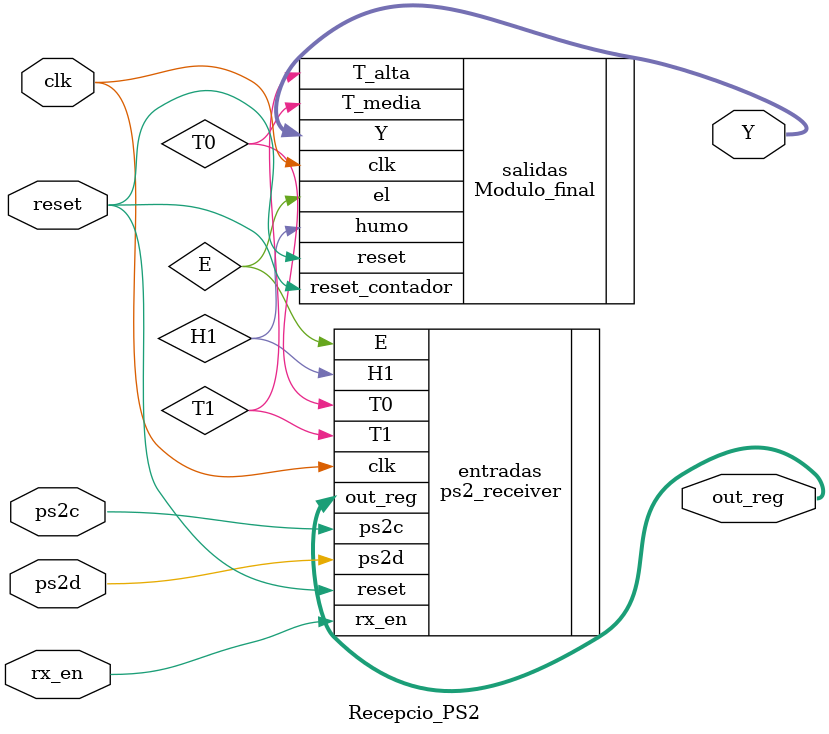
<source format=v>
`timescale 1ns / 1ps
module Recepcio_PS2(
input clk,reset,ps2d,ps2c,rx_en,
output [10:0] out_reg,Y
    );

wire T1,T0, H1,E;
// Instantiate the module
Modulo_final salidas (
    .T_alta(T1), //wire
    .T_media(T0), //wire
    .clk(clk), //clock
    .reset_contador(reset),//input 
    .humo(H1), //wire
    .el(E), //wire
    .reset(reset), //input 
    .Y(Y)//output
    );
// Instantiate the module
ps2_receiver entradas (
    .clk(clk), //clock
    .reset(reset), //input
    .ps2d(ps2d), //input
    .ps2c(ps2c), //input
    .rx_en(rx_en), //input
    .T0(T0), //wire
    .T1(T1), //wire
    .H1(H1), //wire
    .E(E), //wire
    .out_reg(out_reg)//output
    );

	 
endmodule

</source>
